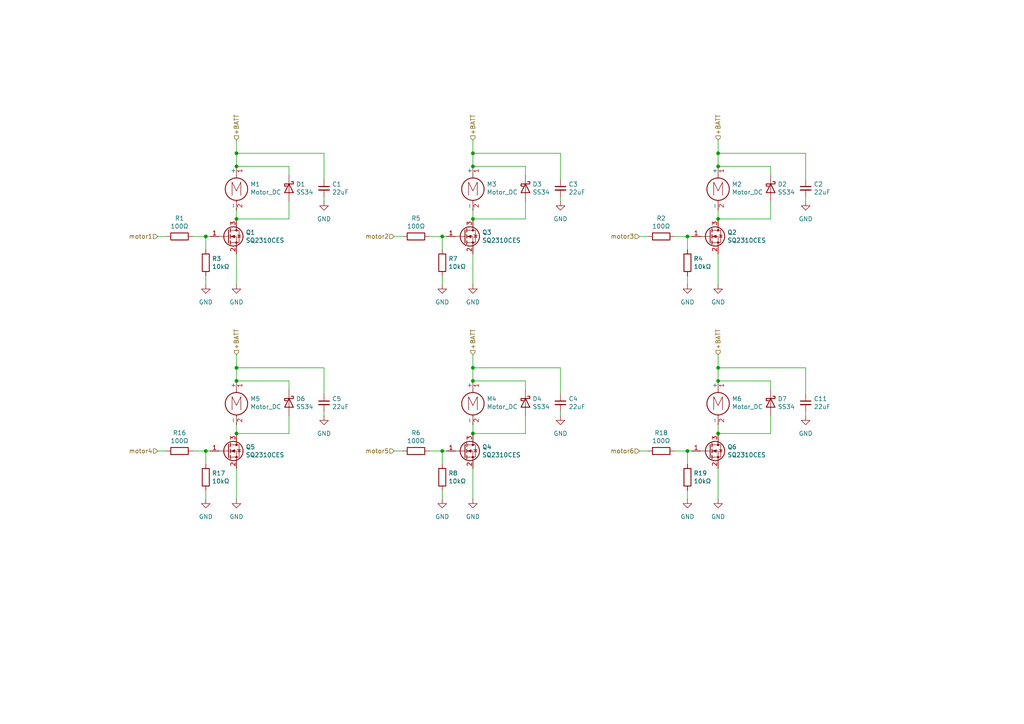
<source format=kicad_sch>
(kicad_sch (version 20231120) (generator "eeschema") (generator_version "8.0")
  (paper "A4")
  (lib_symbols
    (symbol "Device:C_Small" (pin_numbers hide) (pin_names (offset 0.254) hide)
      (property "Reference" "C" (at 0.254 1.778 0))
      (property "Value" "C_Small" (at 0.254 -2.032 0))
      (symbol "C_Small_0_1"
        (polyline (pts (xy -1.524 -0.508) (xy 1.524 -0.508)) (stroke (width 0.3302)))
        (polyline (pts (xy -1.524 0.508) (xy 1.524 0.508)) (stroke (width 0.3048)))
      )
      (symbol "C_Small_1_1"
        (pin passive line (at 0 2.54 270) (length 2.032) (name "~") (number "1"))
        (pin passive line (at 0 -2.54 90) (length 2.032) (name "~") (number "2"))
      )
    )
    (symbol "Device:D_Schottky" (pin_numbers hide) (pin_names (offset 1.016) hide)
      (property "Reference" "D" (at 0 2.54 0))
      (property "Value" "D_Schottky" (at 0 -2.54 0))
      (symbol "D_Schottky_0_1"
        (polyline (pts (xy 1.27 0) (xy -1.27 0)))
        (polyline (pts (xy 1.27 1.27) (xy 1.27 -1.27) (xy -1.27 0) (xy 1.27 1.27)) (stroke (width 0.254)))
        (polyline (pts (xy -1.905 0.635) (xy -1.905 1.27) (xy -1.27 1.27) (xy -1.27 -1.27) (xy -0.635 -1.27) (xy -0.635 -0.635)) (stroke (width 0.254)))
      )
      (symbol "D_Schottky_1_1"
        (pin passive line (at -3.81 0 0) (length 2.54) (name "K") (number "1"))
        (pin passive line (at 3.81 0 180) (length 2.54) (name "A") (number "2"))
      )
    )
    (symbol "Device:R" (pin_numbers hide) (pin_names (offset 0))
      (property "Reference" "R" (at 2.032 0 90))
      (property "Value" "R" (at 0 0 90))
      (symbol "R_0_1"
        (rectangle (start -1.016 -2.54) (end 1.016 2.54) (stroke (width 0.254)))
      )
      (symbol "R_1_1"
        (pin passive line (at 0 3.81 270) (length 1.27) (name "~") (number "1"))
        (pin passive line (at 0 -3.81 90) (length 1.27) (name "~") (number "2"))
      )
    )
    (symbol "GND_1" (power) (pin_numbers hide) (pin_names (offset 0) hide)
      (property "Value" "GND" (at 0 -3.81 0))
      (symbol "GND_1_0_1"
        (polyline (pts (xy 0 0) (xy 0 -1.27) (xy 1.27 -1.27) (xy 0 -2.54) (xy -1.27 -1.27) (xy 0 -1.27)))
      )
      (symbol "GND_1_1_1"
        (pin power_in line (at 0 0 270) (length 0) (name "~") (number "1"))
      )
    )
    (symbol "Motor:Motor_DC" (pin_names (offset 0))
      (property "Reference" "M" (at 2.54 2.54 0))
      (property "Value" "Motor_DC" (at 2.54 -5.08 0))
      (symbol "Motor_DC_0_0"
        (polyline (pts (xy -1.27 -3.302) (xy -1.27 0.508) (xy 0 -2.032) (xy 1.27 0.508) (xy 1.27 -3.302)))
      )
      (symbol "Motor_DC_0_1"
        (circle (center 0 -1.524) (radius 3.2512) (stroke (width 0.254)))
        (polyline (pts (xy 0 -7.62) (xy 0 -7.112)))
        (polyline (pts (xy 0 -4.7752) (xy 0 -5.1816)))
        (polyline (pts (xy 0 1.7272) (xy 0 2.0828)))
        (polyline (pts (xy 0 2.032) (xy 0 2.54)))
      )
      (symbol "Motor_DC_1_1"
        (pin passive line (at 0 5.08 270) (length 2.54) (name "+") (number "1"))
        (pin passive line (at 0 -7.62 90) (length 2.54) (name "-") (number "2"))
      )
    )
    (symbol "Transistor_FET:IRLML0030" (pin_names hide)
      (property "Reference" "Q" (at 5.08 1.905 0))
      (property "Value" "IRLML0030" (at 5.08 0 0))
      (symbol "IRLML0030_0_1"
        (polyline (pts (xy 0.254 0) (xy -2.54 0)))
        (polyline (pts (xy 0.254 1.905) (xy 0.254 -1.905)) (stroke (width 0.254)))
        (polyline (pts (xy 0.762 -1.27) (xy 0.762 -2.286)) (stroke (width 0.254)))
        (polyline (pts (xy 0.762 0.508) (xy 0.762 -0.508)) (stroke (width 0.254)))
        (polyline (pts (xy 0.762 2.286) (xy 0.762 1.27)) (stroke (width 0.254)))
        (polyline (pts (xy 2.54 2.54) (xy 2.54 1.778)))
        (polyline (pts (xy 2.54 -2.54) (xy 2.54 0) (xy 0.762 0)))
        (polyline (pts (xy 0.762 -1.778) (xy 3.302 -1.778) (xy 3.302 1.778) (xy 0.762 1.778)))
        (polyline (pts (xy 1.016 0) (xy 2.032 0.381) (xy 2.032 -0.381) (xy 1.016 0)) (fill (type outline)))
        (polyline (pts (xy 2.794 0.508) (xy 2.921 0.381) (xy 3.683 0.381) (xy 3.81 0.254)))
        (polyline (pts (xy 3.302 0.381) (xy 2.921 -0.254) (xy 3.683 -0.254) (xy 3.302 0.381)))
        (circle (center 1.651 0) (radius 2.794) (stroke (width 0.254)))
        (circle (center 2.54 -1.778) (radius 0.254) (fill (type outline)))
        (circle (center 2.54 1.778) (radius 0.254) (fill (type outline)))
      )
      (symbol "IRLML0030_1_1"
        (pin input line (at -5.08 0 0) (length 2.54) (name "G") (number "1"))
        (pin passive line (at 2.54 -5.08 90) (length 2.54) (name "S") (number "2"))
        (pin passive line (at 2.54 5.08 270) (length 2.54) (name "D") (number "3"))
      )
    )
  )
  (junction (at 68.58 106.68))
  (junction (at 137.16 125.73))
  (junction (at 68.58 125.73))
  (junction (at 68.58 63.5))
  (junction (at 68.58 48.26))
  (junction (at 128.27 68.58))
  (junction (at 208.28 44.45))
  (junction (at 199.39 68.58))
  (junction (at 68.58 44.45))
  (junction (at 137.16 106.68))
  (junction (at 208.28 63.5))
  (junction (at 208.28 106.68))
  (junction (at 137.16 44.45))
  (junction (at 208.28 48.26))
  (junction (at 208.28 125.73))
  (junction (at 59.69 130.81))
  (junction (at 128.27 130.81))
  (junction (at 137.16 110.49))
  (junction (at 208.28 110.49))
  (junction (at 68.58 110.49))
  (junction (at 199.39 130.81))
  (junction (at 59.69 68.58))
  (junction (at 137.16 48.26))
  (junction (at 137.16 63.5))
  (wire (pts (xy 59.69 80.01) (xy 59.69 82.55)))
  (wire (pts (xy 199.39 68.58) (xy 200.66 68.58)))
  (wire (pts (xy 152.4 110.49) (xy 152.4 113.03)))
  (wire (pts (xy 137.16 40.64) (xy 137.16 44.45)))
  (wire (pts (xy 208.28 110.49) (xy 223.52 110.49)))
  (wire (pts (xy 208.28 60.96) (xy 208.28 63.5)))
  (wire (pts (xy 233.68 106.68) (xy 233.68 114.3)))
  (wire (pts (xy 93.98 44.45) (xy 93.98 52.07)))
  (wire (pts (xy 68.58 110.49) (xy 83.82 110.49)))
  (wire (pts (xy 83.82 120.65) (xy 83.82 125.73)))
  (wire (pts (xy 128.27 130.81) (xy 129.54 130.81)))
  (wire (pts (xy 128.27 80.01) (xy 128.27 82.55)))
  (wire (pts (xy 162.56 119.38) (xy 162.56 120.65)))
  (wire (pts (xy 199.39 130.81) (xy 200.66 130.81)))
  (wire (pts (xy 137.16 102.87) (xy 137.16 106.68)))
  (wire (pts (xy 208.28 48.26) (xy 223.52 48.26)))
  (wire (pts (xy 59.69 134.62) (xy 59.69 130.81)))
  (wire (pts (xy 83.82 110.49) (xy 83.82 113.03)))
  (wire (pts (xy 223.52 110.49) (xy 223.52 113.03)))
  (wire (pts (xy 208.28 125.73) (xy 208.28 123.19)))
  (wire (pts (xy 137.16 44.45) (xy 162.56 44.45)))
  (wire (pts (xy 137.16 135.89) (xy 137.16 144.78)))
  (wire (pts (xy 137.16 63.5) (xy 152.4 63.5)))
  (wire (pts (xy 137.16 48.26) (xy 152.4 48.26)))
  (wire (pts (xy 223.52 48.26) (xy 223.52 50.8)))
  (wire (pts (xy 93.98 119.38) (xy 93.98 120.65)))
  (wire (pts (xy 45.72 130.81) (xy 48.26 130.81)))
  (wire (pts (xy 208.28 44.45) (xy 208.28 48.26)))
  (wire (pts (xy 208.28 44.45) (xy 233.68 44.45)))
  (wire (pts (xy 233.68 119.38) (xy 233.68 120.65)))
  (wire (pts (xy 152.4 58.42) (xy 152.4 63.5)))
  (wire (pts (xy 128.27 142.24) (xy 128.27 144.78)))
  (wire (pts (xy 195.58 130.81) (xy 199.39 130.81)))
  (wire (pts (xy 68.58 48.26) (xy 83.82 48.26)))
  (wire (pts (xy 68.58 44.45) (xy 68.58 48.26)))
  (wire (pts (xy 124.46 130.81) (xy 128.27 130.81)))
  (wire (pts (xy 68.58 125.73) (xy 83.82 125.73)))
  (wire (pts (xy 68.58 106.68) (xy 93.98 106.68)))
  (wire (pts (xy 55.88 68.58) (xy 59.69 68.58)))
  (wire (pts (xy 152.4 120.65) (xy 152.4 125.73)))
  (wire (pts (xy 208.28 106.68) (xy 208.28 110.49)))
  (wire (pts (xy 137.16 106.68) (xy 137.16 110.49)))
  (wire (pts (xy 223.52 58.42) (xy 223.52 63.5)))
  (wire (pts (xy 162.56 44.45) (xy 162.56 52.07)))
  (wire (pts (xy 83.82 48.26) (xy 83.82 50.8)))
  (wire (pts (xy 195.58 68.58) (xy 199.39 68.58)))
  (wire (pts (xy 208.28 106.68) (xy 233.68 106.68)))
  (wire (pts (xy 93.98 106.68) (xy 93.98 114.3)))
  (wire (pts (xy 137.16 125.73) (xy 137.16 123.19)))
  (wire (pts (xy 68.58 73.66) (xy 68.58 82.55)))
  (wire (pts (xy 185.42 130.81) (xy 187.96 130.81)))
  (wire (pts (xy 68.58 102.87) (xy 68.58 106.68)))
  (wire (pts (xy 59.69 68.58) (xy 60.96 68.58)))
  (wire (pts (xy 208.28 135.89) (xy 208.28 144.78)))
  (wire (pts (xy 137.16 106.68) (xy 162.56 106.68)))
  (wire (pts (xy 137.16 44.45) (xy 137.16 48.26)))
  (wire (pts (xy 59.69 72.39) (xy 59.69 68.58)))
  (wire (pts (xy 45.72 68.58) (xy 48.26 68.58)))
  (wire (pts (xy 59.69 142.24) (xy 59.69 144.78)))
  (wire (pts (xy 55.88 130.81) (xy 59.69 130.81)))
  (wire (pts (xy 114.3 130.81) (xy 116.84 130.81)))
  (wire (pts (xy 128.27 134.62) (xy 128.27 130.81)))
  (wire (pts (xy 68.58 125.73) (xy 68.58 123.19)))
  (wire (pts (xy 114.3 68.58) (xy 116.84 68.58)))
  (wire (pts (xy 208.28 40.64) (xy 208.28 44.45)))
  (wire (pts (xy 199.39 72.39) (xy 199.39 68.58)))
  (wire (pts (xy 128.27 68.58) (xy 129.54 68.58)))
  (wire (pts (xy 233.68 44.45) (xy 233.68 52.07)))
  (wire (pts (xy 162.56 57.15) (xy 162.56 58.42)))
  (wire (pts (xy 137.16 73.66) (xy 137.16 82.55)))
  (wire (pts (xy 68.58 135.89) (xy 68.58 144.78)))
  (wire (pts (xy 223.52 120.65) (xy 223.52 125.73)))
  (wire (pts (xy 83.82 58.42) (xy 83.82 63.5)))
  (wire (pts (xy 199.39 134.62) (xy 199.39 130.81)))
  (wire (pts (xy 199.39 80.01) (xy 199.39 82.55)))
  (wire (pts (xy 137.16 110.49) (xy 152.4 110.49)))
  (wire (pts (xy 68.58 63.5) (xy 83.82 63.5)))
  (wire (pts (xy 208.28 63.5) (xy 223.52 63.5)))
  (wire (pts (xy 59.69 130.81) (xy 60.96 130.81)))
  (wire (pts (xy 137.16 63.5) (xy 137.16 60.96)))
  (wire (pts (xy 124.46 68.58) (xy 128.27 68.58)))
  (wire (pts (xy 233.68 57.15) (xy 233.68 58.42)))
  (wire (pts (xy 93.98 57.15) (xy 93.98 58.42)))
  (wire (pts (xy 137.16 125.73) (xy 152.4 125.73)))
  (wire (pts (xy 68.58 44.45) (xy 93.98 44.45)))
  (wire (pts (xy 68.58 106.68) (xy 68.58 110.49)))
  (wire (pts (xy 185.42 68.58) (xy 187.96 68.58)))
  (wire (pts (xy 208.28 125.73) (xy 223.52 125.73)))
  (wire (pts (xy 152.4 48.26) (xy 152.4 50.8)))
  (wire (pts (xy 68.58 40.64) (xy 68.58 44.45)))
  (wire (pts (xy 162.56 106.68) (xy 162.56 114.3)))
  (wire (pts (xy 208.28 102.87) (xy 208.28 106.68)))
  (wire (pts (xy 208.28 73.66) (xy 208.28 82.55)))
  (wire (pts (xy 128.27 72.39) (xy 128.27 68.58)))
  (wire (pts (xy 68.58 60.96) (xy 68.58 63.5)))
  (wire (pts (xy 199.39 142.24) (xy 199.39 144.78)))
  (hierarchical_label "+BATT" (shape input) (at 208.28 40.64 90))
  (hierarchical_label "motor4" (shape input) (at 45.72 130.81 180))
  (hierarchical_label "motor6" (shape input) (at 185.42 130.81 180))
  (hierarchical_label "+BATT" (shape input) (at 137.16 102.87 90))
  (hierarchical_label "+BATT" (shape input) (at 68.58 102.87 90))
  (hierarchical_label "+BATT" (shape input) (at 208.28 102.87 90))
  (hierarchical_label "+BATT" (shape input) (at 68.58 40.64 90))
  (hierarchical_label "motor3" (shape input) (at 185.42 68.58 180))
  (hierarchical_label "motor2" (shape input) (at 114.3 68.58 180))
  (hierarchical_label "motor1" (shape input) (at 45.72 68.58 180))
  (hierarchical_label "+BATT" (shape input) (at 137.16 40.64 90))
  (hierarchical_label "motor5" (shape input) (at 114.3 130.81 180))
  (symbol (lib_id "Transistor_FET:IRLML0030") (at 134.62 68.58 0) (unit 1)
    (property "Reference" "Q3" (at 139.827 67.4116 0) (effects (justify left)))
    (property "Value" "SQ2310CES" (at 139.827 69.723 0) (effects (justify left)))
    (property "Footprint" "Package_TO_SOT_SMD:SOT-23" (effects (hide yes)))
    (property "Datasheet" "https://www.infineon.com/dgdl/irlml0030pbf.pdf?fileId=5546d462533600a401535664773825df" (effects (hide yes)))
  )
  (symbol (lib_name "GND_1") (lib_id "power:GND") (at 68.58 144.78 0) (unit 1)
    (property "Reference" "#PWR046" (effects (hide yes)))
    (property "Value" "GND" (at 68.58 149.86 0))
    (property "Description" "Power symbol creates a global label with name \"GND\" , ground" (effects (hide yes)))
  )
  (symbol (lib_id "Device:C_Small") (at 233.68 54.61 0) (unit 1)
    (property "Reference" "C2" (at 236.0168 53.4416 0) (effects (justify left)))
    (property "Value" "22uF" (at 236.0168 55.753 0) (effects (justify left)))
    (property "Footprint" "Capacitor_SMD:C_1206_3216Metric" (effects (hide yes)))
    (property "Datasheet" "https://www.mouser.jp/datasheet/2/40/cx5r_KGM-3223198.pdf" (effects (hide yes)))
  )
  (symbol (lib_name "GND_1") (lib_id "power:GND") (at 137.16 82.55 0) (unit 1)
    (property "Reference" "#PWR040" (effects (hide yes)))
    (property "Value" "GND" (at 137.16 87.63 0))
    (property "Description" "Power symbol creates a global label with name \"GND\" , ground" (effects (hide yes)))
  )
  (symbol (lib_name "GND_1") (lib_id "power:GND") (at 233.68 58.42 0) (unit 1)
    (property "Reference" "#PWR044" (effects (hide yes)))
    (property "Value" "GND" (at 233.68 63.5 0))
    (property "Description" "Power symbol creates a global label with name \"GND\" , ground" (effects (hide yes)))
  )
  (symbol (lib_id "Motor:Motor_DC") (at 137.16 115.57 0) (unit 1)
    (property "Reference" "M4" (at 141.1732 115.6716 0) (effects (justify left)))
    (property "Value" "Motor_DC" (at 141.1732 117.983 0) (effects (justify left)))
    (property "Footprint" "Connector_PinHeader_2.54mm:PinHeader_1x02_P2.54mm_Vertical" (effects (hide yes)))
  )
  (symbol (lib_id "Device:R") (at 128.27 138.43 180) (unit 1)
    (property "Reference" "R8" (at 130.048 137.2616 0) (effects (justify right)))
    (property "Value" "10kΩ" (at 130.048 139.573 0) (effects (justify right)))
    (property "Footprint" "Resistor_SMD:R_0201_0603Metric" (effects (hide yes)))
  )
  (symbol (lib_id "Device:R") (at 59.69 76.2 180) (unit 1)
    (property "Reference" "R3" (at 61.468 75.0316 0) (effects (justify right)))
    (property "Value" "10kΩ" (at 61.468 77.343 0) (effects (justify right)))
    (property "Footprint" "Resistor_SMD:R_0201_0603Metric" (effects (hide yes)))
  )
  (symbol (lib_id "Device:R") (at 191.77 130.81 270) (unit 1)
    (property "Reference" "R18" (at 191.77 125.5522 90))
    (property "Value" "100Ω" (at 191.77 127.8636 90))
    (property "Footprint" "Resistor_SMD:R_1210_3225Metric" (effects (hide yes)))
  )
  (symbol (lib_id "Motor:Motor_DC") (at 68.58 115.57 0) (unit 1)
    (property "Reference" "M5" (at 72.5932 115.6716 0) (effects (justify left)))
    (property "Value" "Motor_DC" (at 72.5932 117.983 0) (effects (justify left)))
    (property "Footprint" "Connector_PinHeader_2.54mm:PinHeader_1x02_P2.54mm_Vertical" (effects (hide yes)))
  )
  (symbol (lib_name "GND_1") (lib_id "power:GND") (at 162.56 120.65 0) (unit 1)
    (property "Reference" "#PWR050" (effects (hide yes)))
    (property "Value" "GND" (at 162.56 125.73 0))
    (property "Description" "Power symbol creates a global label with name \"GND\" , ground" (effects (hide yes)))
  )
  (symbol (lib_id "Device:R") (at 52.07 68.58 270) (unit 1)
    (property "Reference" "R1" (at 52.07 63.3222 90))
    (property "Value" "100Ω" (at 52.07 65.6336 90))
    (property "Footprint" "Resistor_SMD:R_1210_3225Metric" (effects (hide yes)))
  )
  (symbol (lib_id "Device:C_Small") (at 93.98 54.61 0) (unit 1)
    (property "Reference" "C1" (at 96.3168 53.4416 0) (effects (justify left)))
    (property "Value" "22uF" (at 96.3168 55.753 0) (effects (justify left)))
    (property "Footprint" "Capacitor_SMD:C_1206_3216Metric" (effects (hide yes)))
    (property "Datasheet" "https://www.mouser.jp/datasheet/2/40/cx5r_KGM-3223198.pdf" (effects (hide yes)))
  )
  (symbol (lib_id "Device:D_Schottky") (at 83.82 116.84 270) (unit 1)
    (property "Reference" "D6" (at 85.852 115.6716 90) (effects (justify left)))
    (property "Value" "SS34" (at 85.852 117.983 90) (effects (justify left)))
    (property "Footprint" "Diode_SMD:D_SMC" (effects (hide yes)))
  )
  (symbol (lib_id "Device:D_Schottky") (at 83.82 54.61 270) (unit 1)
    (property "Reference" "D1" (at 85.852 53.4416 90) (effects (justify left)))
    (property "Value" "SS34" (at 85.852 55.753 90) (effects (justify left)))
    (property "Footprint" "Diode_SMD:D_SMC" (effects (hide yes)))
  )
  (symbol (lib_id "Device:D_Schottky") (at 223.52 116.84 270) (unit 1)
    (property "Reference" "D7" (at 225.552 115.6716 90) (effects (justify left)))
    (property "Value" "SS34" (at 225.552 117.983 90) (effects (justify left)))
    (property "Footprint" "Diode_SMD:D_SMC" (effects (hide yes)))
  )
  (symbol (lib_id "Device:C_Small") (at 233.68 116.84 0) (unit 1)
    (property "Reference" "C11" (at 236.0168 115.6716 0) (effects (justify left)))
    (property "Value" "22uF" (at 236.0168 117.983 0) (effects (justify left)))
    (property "Footprint" "Capacitor_SMD:C_1206_3216Metric" (effects (hide yes)))
    (property "Datasheet" "https://www.mouser.jp/datasheet/2/40/cx5r_KGM-3223198.pdf" (effects (hide yes)))
  )
  (symbol (lib_id "Device:C_Small") (at 162.56 116.84 0) (unit 1)
    (property "Reference" "C4" (at 164.8968 115.6716 0) (effects (justify left)))
    (property "Value" "22uF" (at 164.8968 117.983 0) (effects (justify left)))
    (property "Footprint" "Capacitor_SMD:C_1206_3216Metric" (effects (hide yes)))
    (property "Datasheet" "https://www.mouser.jp/datasheet/2/40/cx5r_KGM-3223198.pdf" (effects (hide yes)))
  )
  (symbol (lib_name "GND_1") (lib_id "power:GND") (at 199.39 144.78 0) (unit 1)
    (property "Reference" "#PWR051" (effects (hide yes)))
    (property "Value" "GND" (at 199.39 149.86 0))
    (property "Description" "Power symbol creates a global label with name \"GND\" , ground" (effects (hide yes)))
  )
  (symbol (lib_name "GND_1") (lib_id "power:GND") (at 93.98 120.65 0) (unit 1)
    (property "Reference" "#PWR047" (effects (hide yes)))
    (property "Value" "GND" (at 93.98 125.73 0))
    (property "Description" "Power symbol creates a global label with name \"GND\" , ground" (effects (hide yes)))
  )
  (symbol (lib_id "Transistor_FET:IRLML0030") (at 134.62 130.81 0) (unit 1)
    (property "Reference" "Q4" (at 139.827 129.6416 0) (effects (justify left)))
    (property "Value" "SQ2310CES" (at 139.827 131.953 0) (effects (justify left)))
    (property "Footprint" "Package_TO_SOT_SMD:SOT-23" (effects (hide yes)))
    (property "Datasheet" "https://www.infineon.com/dgdl/irlml0030pbf.pdf?fileId=5546d462533600a401535664773825df" (effects (hide yes)))
  )
  (symbol (lib_id "Device:R") (at 120.65 130.81 270) (unit 1)
    (property "Reference" "R6" (at 120.65 125.5522 90))
    (property "Value" "100Ω" (at 120.65 127.8636 90))
    (property "Footprint" "Resistor_SMD:R_1210_3225Metric" (effects (hide yes)))
  )
  (symbol (lib_id "Device:R") (at 120.65 68.58 270) (unit 1)
    (property "Reference" "R5" (at 120.65 63.3222 90))
    (property "Value" "100Ω" (at 120.65 65.6336 90))
    (property "Footprint" "Resistor_SMD:R_1210_3225Metric" (effects (hide yes)))
  )
  (symbol (lib_name "GND_1") (lib_id "power:GND") (at 208.28 82.55 0) (unit 1)
    (property "Reference" "#PWR042" (effects (hide yes)))
    (property "Value" "GND" (at 208.28 87.63 0))
    (property "Description" "Power symbol creates a global label with name \"GND\" , ground" (effects (hide yes)))
  )
  (symbol (lib_id "Device:D_Schottky") (at 152.4 54.61 270) (unit 1)
    (property "Reference" "D3" (at 154.432 53.4416 90) (effects (justify left)))
    (property "Value" "SS34" (at 154.432 55.753 90) (effects (justify left)))
    (property "Footprint" "Diode_SMD:D_SMC" (effects (hide yes)))
  )
  (symbol (lib_id "Device:R") (at 128.27 76.2 180) (unit 1)
    (property "Reference" "R7" (at 130.048 75.0316 0) (effects (justify right)))
    (property "Value" "10kΩ" (at 130.048 77.343 0) (effects (justify right)))
    (property "Footprint" "Resistor_SMD:R_0201_0603Metric" (effects (hide yes)))
  )
  (symbol (lib_id "Device:R") (at 199.39 138.43 180) (unit 1)
    (property "Reference" "R19" (at 201.168 137.2616 0) (effects (justify right)))
    (property "Value" "10kΩ" (at 201.168 139.573 0) (effects (justify right)))
    (property "Footprint" "Resistor_SMD:R_0201_0603Metric" (effects (hide yes)))
  )
  (symbol (lib_id "Transistor_FET:IRLML0030") (at 205.74 130.81 0) (unit 1)
    (property "Reference" "Q6" (at 210.947 129.6416 0) (effects (justify left)))
    (property "Value" "SQ2310CES" (at 210.947 131.953 0) (effects (justify left)))
    (property "Footprint" "Package_TO_SOT_SMD:SOT-23" (effects (hide yes)))
    (property "Datasheet" "https://www.infineon.com/dgdl/irlml0030pbf.pdf?fileId=5546d462533600a401535664773825df" (effects (hide yes)))
  )
  (symbol (lib_id "Device:R") (at 59.69 138.43 180) (unit 1)
    (property "Reference" "R17" (at 61.468 137.2616 0) (effects (justify right)))
    (property "Value" "10kΩ" (at 61.468 139.573 0) (effects (justify right)))
    (property "Footprint" "Resistor_SMD:R_0201_0603Metric" (effects (hide yes)))
  )
  (symbol (lib_id "Device:R") (at 52.07 130.81 270) (unit 1)
    (property "Reference" "R16" (at 52.07 125.5522 90))
    (property "Value" "100Ω" (at 52.07 127.8636 90))
    (property "Footprint" "Resistor_SMD:R_1210_3225Metric" (effects (hide yes)))
  )
  (symbol (lib_id "Device:R") (at 199.39 76.2 180) (unit 1)
    (property "Reference" "R4" (at 201.168 75.0316 0) (effects (justify right)))
    (property "Value" "10kΩ" (at 201.168 77.343 0) (effects (justify right)))
    (property "Footprint" "Resistor_SMD:R_0201_0603Metric" (effects (hide yes)))
  )
  (symbol (lib_id "Motor:Motor_DC") (at 68.58 53.34 0) (unit 1)
    (property "Reference" "M1" (at 72.5932 53.4416 0) (effects (justify left)))
    (property "Value" "Motor_DC" (at 72.5932 55.753 0) (effects (justify left)))
    (property "Footprint" "Connector_PinHeader_2.54mm:PinHeader_1x02_P2.54mm_Vertical" (effects (hide yes)))
  )
  (symbol (lib_id "Device:R") (at 191.77 68.58 270) (unit 1)
    (property "Reference" "R2" (at 191.77 63.3222 90))
    (property "Value" "100Ω" (at 191.77 65.6336 90))
    (property "Footprint" "Resistor_SMD:R_1210_3225Metric" (effects (hide yes)))
  )
  (symbol (lib_name "GND_1") (lib_id "power:GND") (at 68.58 82.55 0) (unit 1)
    (property "Reference" "#PWR037" (effects (hide yes)))
    (property "Value" "GND" (at 68.58 87.63 0))
    (property "Description" "Power symbol creates a global label with name \"GND\" , ground" (effects (hide yes)))
  )
  (symbol (lib_id "Transistor_FET:IRLML0030") (at 66.04 68.58 0) (unit 1)
    (property "Reference" "Q1" (at 71.247 67.4116 0) (effects (justify left)))
    (property "Value" "SQ2310CES" (at 71.247 69.723 0) (effects (justify left)))
    (property "Footprint" "Package_TO_SOT_SMD:SOT-23" (effects (hide yes)))
    (property "Datasheet" "https://www.infineon.com/dgdl/irlml0030pbf.pdf?fileId=5546d462533600a401535664773825df" (effects (hide yes)))
  )
  (symbol (lib_name "GND_1") (lib_id "power:GND") (at 128.27 144.78 0) (unit 1)
    (property "Reference" "#PWR048" (effects (hide yes)))
    (property "Value" "GND" (at 128.27 149.86 0))
    (property "Description" "Power symbol creates a global label with name \"GND\" , ground" (effects (hide yes)))
  )
  (symbol (lib_name "GND_1") (lib_id "power:GND") (at 199.39 82.55 0) (unit 1)
    (property "Reference" "#PWR043" (effects (hide yes)))
    (property "Value" "GND" (at 199.39 87.63 0))
    (property "Description" "Power symbol creates a global label with name \"GND\" , ground" (effects (hide yes)))
  )
  (symbol (lib_id "Motor:Motor_DC") (at 137.16 53.34 0) (unit 1)
    (property "Reference" "M3" (at 141.1732 53.4416 0) (effects (justify left)))
    (property "Value" "Motor_DC" (at 141.1732 55.753 0) (effects (justify left)))
    (property "Footprint" "Connector_PinHeader_2.54mm:PinHeader_1x02_P2.54mm_Vertical" (effects (hide yes)))
  )
  (symbol (lib_name "GND_1") (lib_id "power:GND") (at 162.56 58.42 0) (unit 1)
    (property "Reference" "#PWR041" (effects (hide yes)))
    (property "Value" "GND" (at 162.56 63.5 0))
    (property "Description" "Power symbol creates a global label with name \"GND\" , ground" (effects (hide yes)))
  )
  (symbol (lib_name "GND_1") (lib_id "power:GND") (at 128.27 82.55 0) (unit 1)
    (property "Reference" "#PWR039" (effects (hide yes)))
    (property "Value" "GND" (at 128.27 87.63 0))
    (property "Description" "Power symbol creates a global label with name \"GND\" , ground" (effects (hide yes)))
  )
  (symbol (lib_id "Transistor_FET:IRLML0030") (at 66.04 130.81 0) (unit 1)
    (property "Reference" "Q5" (at 71.247 129.6416 0) (effects (justify left)))
    (property "Value" "SQ2310CES" (at 71.247 131.953 0) (effects (justify left)))
    (property "Footprint" "Package_TO_SOT_SMD:SOT-23" (effects (hide yes)))
    (property "Datasheet" "https://www.infineon.com/dgdl/irlml0030pbf.pdf?fileId=5546d462533600a401535664773825df" (effects (hide yes)))
  )
  (symbol (lib_name "GND_1") (lib_id "power:GND") (at 93.98 58.42 0) (unit 1)
    (property "Reference" "#PWR038" (effects (hide yes)))
    (property "Value" "GND" (at 93.98 63.5 0))
    (property "Description" "Power symbol creates a global label with name \"GND\" , ground" (effects (hide yes)))
  )
  (symbol (lib_name "GND_1") (lib_id "power:GND") (at 59.69 82.55 0) (unit 1)
    (property "Reference" "#PWR036" (effects (hide yes)))
    (property "Value" "GND" (at 59.69 87.63 0))
    (property "Description" "Power symbol creates a global label with name \"GND\" , ground" (effects (hide yes)))
  )
  (symbol (lib_name "GND_1") (lib_id "power:GND") (at 137.16 144.78 0) (unit 1)
    (property "Reference" "#PWR049" (effects (hide yes)))
    (property "Value" "GND" (at 137.16 149.86 0))
    (property "Description" "Power symbol creates a global label with name \"GND\" , ground" (effects (hide yes)))
  )
  (symbol (lib_name "GND_1") (lib_id "power:GND") (at 233.68 120.65 0) (unit 1)
    (property "Reference" "#PWR053" (effects (hide yes)))
    (property "Value" "GND" (at 233.68 125.73 0))
    (property "Description" "Power symbol creates a global label with name \"GND\" , ground" (effects (hide yes)))
  )
  (symbol (lib_id "Device:C_Small") (at 162.56 54.61 0) (unit 1)
    (property "Reference" "C3" (at 164.8968 53.4416 0) (effects (justify left)))
    (property "Value" "22uF" (at 164.8968 55.753 0) (effects (justify left)))
    (property "Footprint" "Capacitor_SMD:C_1206_3216Metric" (effects (hide yes)))
    (property "Datasheet" "https://www.mouser.jp/datasheet/2/40/cx5r_KGM-3223198.pdf" (effects (hide yes)))
  )
  (symbol (lib_id "Transistor_FET:IRLML0030") (at 205.74 68.58 0) (unit 1)
    (property "Reference" "Q2" (at 210.947 67.4116 0) (effects (justify left)))
    (property "Value" "SQ2310CES" (at 210.947 69.723 0) (effects (justify left)))
    (property "Footprint" "Package_TO_SOT_SMD:SOT-23" (effects (hide yes)))
    (property "Datasheet" "https://www.infineon.com/dgdl/irlml0030pbf.pdf?fileId=5546d462533600a401535664773825df" (effects (hide yes)))
  )
  (symbol (lib_name "GND_1") (lib_id "power:GND") (at 59.69 144.78 0) (unit 1)
    (property "Reference" "#PWR045" (effects (hide yes)))
    (property "Value" "GND" (at 59.69 149.86 0))
    (property "Description" "Power symbol creates a global label with name \"GND\" , ground" (effects (hide yes)))
  )
  (symbol (lib_id "Device:D_Schottky") (at 152.4 116.84 270) (unit 1)
    (property "Reference" "D4" (at 154.432 115.6716 90) (effects (justify left)))
    (property "Value" "SS34" (at 154.432 117.983 90) (effects (justify left)))
    (property "Footprint" "Diode_SMD:D_SMC" (effects (hide yes)))
  )
  (symbol (lib_id "Motor:Motor_DC") (at 208.28 53.34 0) (unit 1)
    (property "Reference" "M2" (at 212.2932 53.4416 0) (effects (justify left)))
    (property "Value" "Motor_DC" (at 212.2932 55.753 0) (effects (justify left)))
    (property "Footprint" "Connector_PinHeader_2.54mm:PinHeader_1x02_P2.54mm_Vertical" (effects (hide yes)))
  )
  (symbol (lib_id "Motor:Motor_DC") (at 208.28 115.57 0) (unit 1)
    (property "Reference" "M6" (at 212.2932 115.6716 0) (effects (justify left)))
    (property "Value" "Motor_DC" (at 212.2932 117.983 0) (effects (justify left)))
    (property "Footprint" "Connector_PinHeader_2.54mm:PinHeader_1x02_P2.54mm_Vertical" (effects (hide yes)))
  )
  (symbol (lib_id "Device:C_Small") (at 93.98 116.84 0) (unit 1)
    (property "Reference" "C5" (at 96.3168 115.6716 0) (effects (justify left)))
    (property "Value" "22uF" (at 96.3168 117.983 0) (effects (justify left)))
    (property "Footprint" "Capacitor_SMD:C_1206_3216Metric" (effects (hide yes)))
    (property "Datasheet" "https://www.mouser.jp/datasheet/2/40/cx5r_KGM-3223198.pdf" (effects (hide yes)))
  )
  (symbol (lib_name "GND_1") (lib_id "power:GND") (at 208.28 144.78 0) (unit 1)
    (property "Reference" "#PWR052" (effects (hide yes)))
    (property "Value" "GND" (at 208.28 149.86 0))
    (property "Description" "Power symbol creates a global label with name \"GND\" , ground" (effects (hide yes)))
  )
  (symbol (lib_id "Device:D_Schottky") (at 223.52 54.61 270) (unit 1)
    (property "Reference" "D2" (at 225.552 53.4416 90) (effects (justify left)))
    (property "Value" "SS34" (at 225.552 55.753 90) (effects (justify left)))
    (property "Footprint" "Diode_SMD:D_SMC" (effects (hide yes)))
  )
)
</source>
